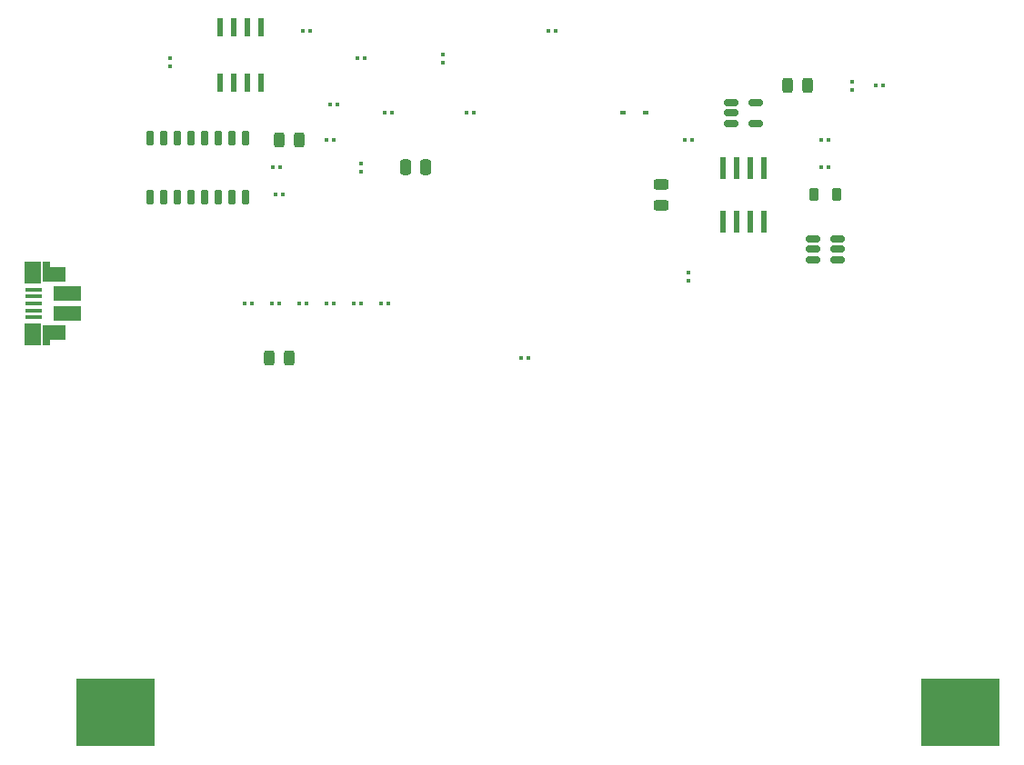
<source format=gtp>
%TF.GenerationSoftware,KiCad,Pcbnew,(6.0.2)*%
%TF.CreationDate,2022-04-12T17:30:22+02:00*%
%TF.ProjectId,main,6d61696e-2e6b-4696-9361-645f70636258,rev?*%
%TF.SameCoordinates,Original*%
%TF.FileFunction,Paste,Top*%
%TF.FilePolarity,Positive*%
%FSLAX46Y46*%
G04 Gerber Fmt 4.6, Leading zero omitted, Abs format (unit mm)*
G04 Created by KiCad (PCBNEW (6.0.2)) date 2022-04-12 17:30:22*
%MOMM*%
%LPD*%
G01*
G04 APERTURE LIST*
G04 Aperture macros list*
%AMRoundRect*
0 Rectangle with rounded corners*
0 $1 Rounding radius*
0 $2 $3 $4 $5 $6 $7 $8 $9 X,Y pos of 4 corners*
0 Add a 4 corners polygon primitive as box body*
4,1,4,$2,$3,$4,$5,$6,$7,$8,$9,$2,$3,0*
0 Add four circle primitives for the rounded corners*
1,1,$1+$1,$2,$3*
1,1,$1+$1,$4,$5*
1,1,$1+$1,$6,$7*
1,1,$1+$1,$8,$9*
0 Add four rect primitives between the rounded corners*
20,1,$1+$1,$2,$3,$4,$5,0*
20,1,$1+$1,$4,$5,$6,$7,0*
20,1,$1+$1,$6,$7,$8,$9,0*
20,1,$1+$1,$8,$9,$2,$3,0*%
G04 Aperture macros list end*
%ADD10RoundRect,0.079500X0.079500X0.100500X-0.079500X0.100500X-0.079500X-0.100500X0.079500X-0.100500X0*%
%ADD11R,7.340000X6.350000*%
%ADD12R,0.533400X1.701800*%
%ADD13RoundRect,0.079500X-0.100500X0.079500X-0.100500X-0.079500X0.100500X-0.079500X0.100500X0.079500X0*%
%ADD14RoundRect,0.079500X-0.079500X-0.100500X0.079500X-0.100500X0.079500X0.100500X-0.079500X0.100500X0*%
%ADD15RoundRect,0.079500X0.100500X-0.079500X0.100500X0.079500X-0.100500X0.079500X-0.100500X-0.079500X0*%
%ADD16RoundRect,0.243750X0.456250X-0.243750X0.456250X0.243750X-0.456250X0.243750X-0.456250X-0.243750X0*%
%ADD17RoundRect,0.243750X-0.243750X-0.456250X0.243750X-0.456250X0.243750X0.456250X-0.243750X0.456250X0*%
%ADD18RoundRect,0.039900X-0.245100X0.945100X-0.245100X-0.945100X0.245100X-0.945100X0.245100X0.945100X0*%
%ADD19RoundRect,0.250000X-0.250000X-0.475000X0.250000X-0.475000X0.250000X0.475000X-0.250000X0.475000X0*%
%ADD20RoundRect,0.150000X-0.512500X-0.150000X0.512500X-0.150000X0.512500X0.150000X-0.512500X0.150000X0*%
%ADD21R,1.650000X0.400000*%
%ADD22R,0.700000X1.825000*%
%ADD23R,1.500000X2.000000*%
%ADD24R,2.000000X1.350000*%
%ADD25R,2.500000X1.430000*%
%ADD26R,0.600000X0.450000*%
%ADD27RoundRect,0.218750X0.218750X0.381250X-0.218750X0.381250X-0.218750X-0.381250X0.218750X-0.381250X0*%
%ADD28RoundRect,0.049600X0.260400X-0.605400X0.260400X0.605400X-0.260400X0.605400X-0.260400X-0.605400X0*%
G04 APERTURE END LIST*
D10*
%TO.C,LDR1*%
X159675000Y-96520000D03*
X160365000Y-96520000D03*
%TD*%
D11*
%TO.C,BT1*%
X121920000Y-129540000D03*
X200580000Y-129540000D03*
%TD*%
D12*
%TO.C,TSensor*%
X131665000Y-70825800D03*
X132935000Y-70825800D03*
X134205000Y-70825800D03*
X135475000Y-70825800D03*
X135475000Y-65644200D03*
X134205000Y-65644200D03*
X132935000Y-65644200D03*
X131665000Y-65644200D03*
%TD*%
D13*
%TO.C,R5*%
X190500000Y-70775000D03*
X190500000Y-71465000D03*
%TD*%
D14*
%TO.C,R17*%
X136585000Y-78740000D03*
X137275000Y-78740000D03*
%TD*%
D15*
%TO.C,R7*%
X152400000Y-68925000D03*
X152400000Y-68235000D03*
%TD*%
D14*
%TO.C,R1*%
X188305000Y-76200000D03*
X187615000Y-76200000D03*
%TD*%
D16*
%TO.C,D1*%
X172720000Y-82217500D03*
X172720000Y-80342500D03*
%TD*%
D14*
%TO.C,R14*%
X147320000Y-91440000D03*
X146630000Y-91440000D03*
%TD*%
D15*
%TO.C,R4*%
X175260000Y-89245000D03*
X175260000Y-88555000D03*
%TD*%
D14*
%TO.C,R19*%
X134620000Y-91440000D03*
X133930000Y-91440000D03*
%TD*%
D17*
%TO.C,D4*%
X136222500Y-96520000D03*
X138097500Y-96520000D03*
%TD*%
D14*
%TO.C,R6*%
X155285000Y-73660000D03*
X154595000Y-73660000D03*
%TD*%
D15*
%TO.C,C3*%
X144780000Y-78395000D03*
X144780000Y-79085000D03*
%TD*%
D10*
%TO.C,R3*%
X174915000Y-76200000D03*
X175605000Y-76200000D03*
%TD*%
D14*
%TO.C,R20*%
X137160000Y-91440000D03*
X136470000Y-91440000D03*
%TD*%
D18*
%TO.C,EEPROM1*%
X182245000Y-78805000D03*
X180975000Y-78805000D03*
X179705000Y-78805000D03*
X178435000Y-78805000D03*
X178435000Y-83755000D03*
X179705000Y-83755000D03*
X180975000Y-83755000D03*
X182245000Y-83755000D03*
%TD*%
D14*
%TO.C,R9*%
X140045000Y-66040000D03*
X139355000Y-66040000D03*
%TD*%
D19*
%TO.C,C2*%
X148910000Y-78740000D03*
X150810000Y-78740000D03*
%TD*%
D10*
%TO.C,R10*%
X141895000Y-72870000D03*
X142585000Y-72870000D03*
%TD*%
D14*
%TO.C,LDR2*%
X162905000Y-66040000D03*
X162215000Y-66040000D03*
%TD*%
D20*
%TO.C,U1*%
X179202500Y-72710000D03*
X179202500Y-73660000D03*
X179202500Y-74610000D03*
X181477500Y-74610000D03*
X181477500Y-72710000D03*
%TD*%
D21*
%TO.C,J5*%
X114300000Y-92715000D03*
X114300000Y-92065000D03*
X114300000Y-91415000D03*
X114300000Y-90765000D03*
X114300000Y-90115000D03*
D22*
X115500000Y-94365000D03*
D23*
X114200000Y-94265000D03*
D24*
X116250000Y-88665000D03*
D22*
X115500000Y-88415000D03*
D25*
X117450000Y-90455000D03*
X117450000Y-92375000D03*
D24*
X116250000Y-94145000D03*
D23*
X114180000Y-88515000D03*
%TD*%
D10*
%TO.C,R2*%
X187615000Y-78740000D03*
X188305000Y-78740000D03*
%TD*%
%TO.C,R11*%
X145125000Y-68580000D03*
X144435000Y-68580000D03*
%TD*%
D20*
%TO.C,U2*%
X186822500Y-85410000D03*
X186822500Y-86360000D03*
X186822500Y-87310000D03*
X189097500Y-87310000D03*
X189097500Y-86360000D03*
X189097500Y-85410000D03*
%TD*%
D26*
%TO.C,D3*%
X169130000Y-73660000D03*
X171230000Y-73660000D03*
%TD*%
D14*
%TO.C,C1*%
X193385000Y-71120000D03*
X192695000Y-71120000D03*
%TD*%
%TO.C,C4*%
X142240000Y-91440000D03*
X141550000Y-91440000D03*
%TD*%
D17*
%TO.C,LED1*%
X137160000Y-76200000D03*
X139035000Y-76200000D03*
%TD*%
D14*
%TO.C,R15*%
X139010000Y-91440000D03*
X139700000Y-91440000D03*
%TD*%
%TO.C,R13*%
X141575000Y-76200000D03*
X142265000Y-76200000D03*
%TD*%
%TO.C,R16*%
X137505000Y-81280000D03*
X136815000Y-81280000D03*
%TD*%
D17*
%TO.C,D2*%
X184482500Y-71120000D03*
X186357500Y-71120000D03*
%TD*%
D14*
%TO.C,R8*%
X146975000Y-73660000D03*
X147665000Y-73660000D03*
%TD*%
D27*
%TO.C,L1*%
X189022500Y-81280000D03*
X186897500Y-81280000D03*
%TD*%
D28*
%TO.C,FTDI(UART)1*%
X125095000Y-81490000D03*
X126365000Y-81490000D03*
X127635000Y-81490000D03*
X128905000Y-81490000D03*
X130175000Y-81490000D03*
X131445000Y-81490000D03*
X132715000Y-81490000D03*
X133985000Y-81490000D03*
X133985000Y-75990000D03*
X132715000Y-75990000D03*
X131445000Y-75990000D03*
X130175000Y-75990000D03*
X128905000Y-75990000D03*
X127635000Y-75990000D03*
X126365000Y-75990000D03*
X125095000Y-75990000D03*
%TD*%
D14*
%TO.C,R18*%
X144780000Y-91440000D03*
X144090000Y-91440000D03*
%TD*%
D13*
%TO.C,R12*%
X127000000Y-68580000D03*
X127000000Y-69270000D03*
%TD*%
M02*

</source>
